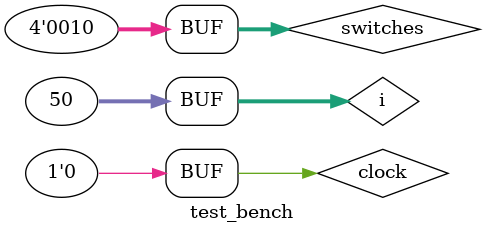
<source format=v>
`timescale 1ns / 1ps

module test_bench(

    );
    
reg [3:0] switches;
reg clock;
wire [7:0] anode;
wire [7:0] cathode;
wire [3:0] leds;
integer i;
    
Seven_Seg thingy(switches, clock, anode, cathode, leds);

initial begin
    switches = 4'b0000;
    clock = 0;

    for (i = 0; i<50; i=i+1) begin
        switches = switches + 1;
        #10 clock = !clock;
    end
end

endmodule

</source>
